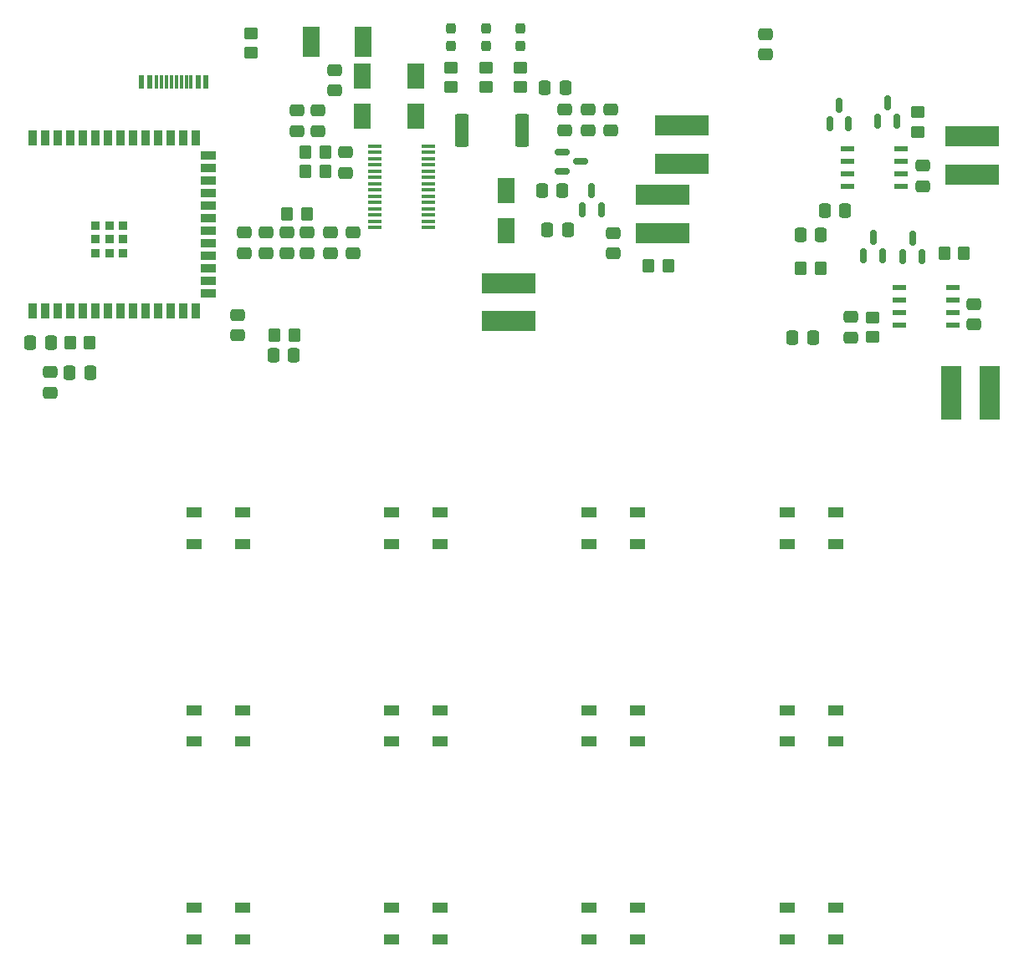
<source format=gbr>
%TF.GenerationSoftware,KiCad,Pcbnew,(6.0.0)*%
%TF.CreationDate,2022-04-21T22:47:23+02:00*%
%TF.ProjectId,keyboard_v1.0,6b657962-6f61-4726-945f-76312e302e6b,rev?*%
%TF.SameCoordinates,Original*%
%TF.FileFunction,Paste,Top*%
%TF.FilePolarity,Positive*%
%FSLAX46Y46*%
G04 Gerber Fmt 4.6, Leading zero omitted, Abs format (unit mm)*
G04 Created by KiCad (PCBNEW (6.0.0)) date 2022-04-21 22:47:23*
%MOMM*%
%LPD*%
G01*
G04 APERTURE LIST*
G04 Aperture macros list*
%AMRoundRect*
0 Rectangle with rounded corners*
0 $1 Rounding radius*
0 $2 $3 $4 $5 $6 $7 $8 $9 X,Y pos of 4 corners*
0 Add a 4 corners polygon primitive as box body*
4,1,4,$2,$3,$4,$5,$6,$7,$8,$9,$2,$3,0*
0 Add four circle primitives for the rounded corners*
1,1,$1+$1,$2,$3*
1,1,$1+$1,$4,$5*
1,1,$1+$1,$6,$7*
1,1,$1+$1,$8,$9*
0 Add four rect primitives between the rounded corners*
20,1,$1+$1,$2,$3,$4,$5,0*
20,1,$1+$1,$4,$5,$6,$7,0*
20,1,$1+$1,$6,$7,$8,$9,0*
20,1,$1+$1,$8,$9,$2,$3,0*%
G04 Aperture macros list end*
%ADD10RoundRect,0.250000X0.475000X-0.337500X0.475000X0.337500X-0.475000X0.337500X-0.475000X-0.337500X0*%
%ADD11R,1.500000X1.000000*%
%ADD12RoundRect,0.250000X0.350000X0.450000X-0.350000X0.450000X-0.350000X-0.450000X0.350000X-0.450000X0*%
%ADD13RoundRect,0.250000X-0.475000X0.337500X-0.475000X-0.337500X0.475000X-0.337500X0.475000X0.337500X0*%
%ADD14RoundRect,0.250000X-0.337500X-0.475000X0.337500X-0.475000X0.337500X0.475000X-0.337500X0.475000X0*%
%ADD15RoundRect,0.250000X0.337500X0.475000X-0.337500X0.475000X-0.337500X-0.475000X0.337500X-0.475000X0*%
%ADD16R,0.600000X1.450000*%
%ADD17R,0.300000X1.450000*%
%ADD18R,2.150000X5.500000*%
%ADD19R,1.800000X2.500000*%
%ADD20RoundRect,0.250000X-0.350000X-0.450000X0.350000X-0.450000X0.350000X0.450000X-0.350000X0.450000X0*%
%ADD21RoundRect,0.150000X0.150000X-0.587500X0.150000X0.587500X-0.150000X0.587500X-0.150000X-0.587500X0*%
%ADD22RoundRect,0.250000X0.450000X-0.350000X0.450000X0.350000X-0.450000X0.350000X-0.450000X-0.350000X0*%
%ADD23R,0.900000X1.500000*%
%ADD24R,1.500000X0.900000*%
%ADD25R,0.900000X0.900000*%
%ADD26RoundRect,0.250000X-0.450000X0.350000X-0.450000X-0.350000X0.450000X-0.350000X0.450000X0.350000X0*%
%ADD27RoundRect,0.237500X-0.237500X0.287500X-0.237500X-0.287500X0.237500X-0.287500X0.237500X0.287500X0*%
%ADD28R,1.460500X0.533400*%
%ADD29RoundRect,0.249999X-0.450001X-1.425001X0.450001X-1.425001X0.450001X1.425001X-0.450001X1.425001X0*%
%ADD30R,1.460500X0.355600*%
%ADD31R,5.500000X2.150000*%
%ADD32RoundRect,0.150000X-0.587500X-0.150000X0.587500X-0.150000X0.587500X0.150000X-0.587500X0.150000X0*%
%ADD33R,1.780000X3.150000*%
G04 APERTURE END LIST*
D10*
%TO.C,C38*%
X97467000Y-41472500D03*
X97467000Y-39397500D03*
%TD*%
D11*
%TO.C,D24*%
X102450000Y-123400000D03*
X102450000Y-120200000D03*
X97550000Y-120200000D03*
X97550000Y-123400000D03*
%TD*%
D10*
%TO.C,C37*%
X95063000Y-41472500D03*
X95063000Y-39397500D03*
%TD*%
D12*
%TO.C,R6*%
X68979000Y-49961000D03*
X66979000Y-49961000D03*
%TD*%
D13*
%TO.C,C22*%
X67981000Y-39479500D03*
X67981000Y-41554500D03*
%TD*%
D10*
%TO.C,C41*%
X136473000Y-61148500D03*
X136473000Y-59073500D03*
%TD*%
D14*
%TO.C,C33*%
X92747500Y-47599000D03*
X94822500Y-47599000D03*
%TD*%
D15*
%TO.C,C43*%
X120965500Y-52102000D03*
X118890500Y-52102000D03*
%TD*%
D16*
%TO.C,P1*%
X58750000Y-36545000D03*
X57950000Y-36545000D03*
D17*
X56750000Y-36545000D03*
X55750000Y-36545000D03*
X55250000Y-36545000D03*
X54250000Y-36545000D03*
D16*
X53050000Y-36545000D03*
X52250000Y-36545000D03*
X52250000Y-36545000D03*
X53050000Y-36545000D03*
D17*
X53750000Y-36545000D03*
X54750000Y-36545000D03*
X56250000Y-36545000D03*
X57250000Y-36545000D03*
D16*
X57950000Y-36545000D03*
X58750000Y-36545000D03*
%TD*%
D18*
%TO.C,L3*%
X138026000Y-68100000D03*
X134176000Y-68100000D03*
%TD*%
D11*
%TO.C,D21*%
X82450000Y-123400000D03*
X82450000Y-120200000D03*
X77550000Y-120200000D03*
X77550000Y-123400000D03*
%TD*%
D19*
%TO.C,D13*%
X74604000Y-40000000D03*
X74604000Y-36000000D03*
%TD*%
D11*
%TO.C,D28*%
X122450000Y-123400000D03*
X122450000Y-120200000D03*
X117550000Y-120200000D03*
X117550000Y-123400000D03*
%TD*%
D20*
%TO.C,R32*%
X133469000Y-53889000D03*
X135469000Y-53889000D03*
%TD*%
D21*
%TO.C,Q4*%
X96853000Y-49484500D03*
X98753000Y-49484500D03*
X97803000Y-47609500D03*
%TD*%
D10*
%TO.C,C46*%
X131334000Y-47144350D03*
X131334000Y-45069350D03*
%TD*%
D22*
%TO.C,R10*%
X87081000Y-37118000D03*
X87081000Y-35118000D03*
%TD*%
D15*
%TO.C,C21*%
X47037500Y-66000000D03*
X44962500Y-66000000D03*
%TD*%
D11*
%TO.C,D22*%
X102450000Y-83400000D03*
X102450000Y-80200000D03*
X97550000Y-80200000D03*
X97550000Y-83400000D03*
%TD*%
%TO.C,D27*%
X117550000Y-100200000D03*
X117550000Y-103400000D03*
X122450000Y-103400000D03*
X122450000Y-100200000D03*
%TD*%
D10*
%TO.C,C39*%
X99725000Y-41472500D03*
X99725000Y-39397500D03*
%TD*%
D13*
%TO.C,C27*%
X68969000Y-51821500D03*
X68969000Y-53896500D03*
%TD*%
%TO.C,C29*%
X71344000Y-51821500D03*
X71344000Y-53896500D03*
%TD*%
D23*
%TO.C,ESP32*%
X41240000Y-59750000D03*
X42510000Y-59750000D03*
X43780000Y-59750000D03*
X45050000Y-59750000D03*
X46320000Y-59750000D03*
X47590000Y-59750000D03*
X48860000Y-59750000D03*
X50130000Y-59750000D03*
X51400000Y-59750000D03*
X52670000Y-59750000D03*
X53940000Y-59750000D03*
X55210000Y-59750000D03*
X56480000Y-59750000D03*
X57750000Y-59750000D03*
D24*
X59000000Y-57985000D03*
X59000000Y-56715000D03*
X59000000Y-55450000D03*
X59000000Y-54175000D03*
X59000000Y-52905000D03*
X59000000Y-51635000D03*
X59000000Y-50365000D03*
X59000000Y-49095000D03*
X59000000Y-47825000D03*
X59000000Y-46555000D03*
X59000000Y-45285000D03*
X59000000Y-44015000D03*
D23*
X57750000Y-42250000D03*
X56480000Y-42250000D03*
X55210000Y-42250000D03*
X53940000Y-42250000D03*
X52670000Y-42250000D03*
X51400000Y-42250000D03*
X50130000Y-42250000D03*
X48860000Y-42250000D03*
X47590000Y-42250000D03*
X46320000Y-42250000D03*
X45050000Y-42250000D03*
X43780000Y-42250000D03*
X42510000Y-42250000D03*
X41240000Y-42250000D03*
D25*
X48960000Y-51100000D03*
X48960000Y-53900000D03*
X50365000Y-53900000D03*
X48960000Y-52500000D03*
X47560000Y-53900000D03*
X50360000Y-52500000D03*
X47560000Y-51100000D03*
X50360000Y-51100000D03*
X47560000Y-52500000D03*
%TD*%
D20*
%TO.C,R8*%
X68804250Y-45634000D03*
X70804250Y-45634000D03*
%TD*%
D13*
%TO.C,C42*%
X124029000Y-60363500D03*
X124029000Y-62438500D03*
%TD*%
D21*
%TO.C,Q2*%
X126747000Y-40589350D03*
X128647000Y-40589350D03*
X127697000Y-38714350D03*
%TD*%
D26*
%TO.C,R4*%
X63268000Y-31622000D03*
X63268000Y-33622000D03*
%TD*%
D13*
%TO.C,C26*%
X64798000Y-51821500D03*
X64798000Y-53896500D03*
%TD*%
D12*
%TO.C,R31*%
X120928000Y-55424000D03*
X118928000Y-55424000D03*
%TD*%
D11*
%TO.C,D26*%
X122450000Y-83400000D03*
X122450000Y-80200000D03*
X117550000Y-80200000D03*
X117550000Y-83400000D03*
%TD*%
%TO.C,D23*%
X97550000Y-100200000D03*
X97550000Y-103400000D03*
X102450000Y-103400000D03*
X102450000Y-100200000D03*
%TD*%
D26*
%TO.C,R30*%
X126231000Y-60431000D03*
X126231000Y-62431000D03*
%TD*%
D27*
%TO.C,D37*%
X87081000Y-31152000D03*
X87081000Y-32902000D03*
%TD*%
D11*
%TO.C,D19*%
X82450000Y-83400000D03*
X82450000Y-80200000D03*
X77550000Y-80200000D03*
X77550000Y-83400000D03*
%TD*%
D27*
%TO.C,D36*%
X83581000Y-31152000D03*
X83581000Y-32902000D03*
%TD*%
D21*
%TO.C,Q1*%
X125324000Y-54203500D03*
X127224000Y-54203500D03*
X126274000Y-52328500D03*
%TD*%
D11*
%TO.C,D17*%
X57550000Y-100200000D03*
X57550000Y-103400000D03*
X62450000Y-103400000D03*
X62450000Y-100200000D03*
%TD*%
D27*
%TO.C,D38*%
X90581000Y-31152000D03*
X90581000Y-32902000D03*
%TD*%
D28*
%TO.C,U2*%
X128918850Y-57376000D03*
X128918850Y-58646000D03*
X128918850Y-59916000D03*
X128918850Y-61186000D03*
X134367150Y-61186000D03*
X134367150Y-59916000D03*
X134367150Y-58646000D03*
X134367150Y-57376000D03*
%TD*%
D13*
%TO.C,C23*%
X62587000Y-51821500D03*
X62587000Y-53896500D03*
%TD*%
D29*
%TO.C,R12*%
X84643000Y-41439000D03*
X90743000Y-41439000D03*
%TD*%
D21*
%TO.C,Q1*%
X129290000Y-54269500D03*
X131190000Y-54269500D03*
X130240000Y-52394500D03*
%TD*%
D30*
%TO.C,U1*%
X75794661Y-43058311D03*
X75794661Y-43693311D03*
X75794661Y-44328311D03*
X75794661Y-44963311D03*
X75794661Y-45598311D03*
X75794661Y-46233311D03*
X75794661Y-46868311D03*
X75794661Y-47503311D03*
X75794661Y-48138311D03*
X75794661Y-48773311D03*
X75794661Y-49408311D03*
X75794661Y-50043311D03*
X75794661Y-50678311D03*
X75794661Y-51313311D03*
X81242961Y-51313311D03*
X81242961Y-50678311D03*
X81242961Y-50043311D03*
X81242961Y-49408311D03*
X81242961Y-48773311D03*
X81242961Y-48138311D03*
X81242961Y-47503311D03*
X81242961Y-46868311D03*
X81242961Y-46233311D03*
X81242961Y-45598311D03*
X81242961Y-44963311D03*
X81242961Y-44328311D03*
X81242961Y-43693311D03*
X81242961Y-43058311D03*
%TD*%
D13*
%TO.C,C30*%
X73675000Y-51821500D03*
X73675000Y-53896500D03*
%TD*%
D26*
%TO.C,R35*%
X130754000Y-39622850D03*
X130754000Y-41622850D03*
%TD*%
D13*
%TO.C,C28*%
X72909250Y-43700500D03*
X72909250Y-45775500D03*
%TD*%
D31*
%TO.C,L1*%
X105002000Y-48006000D03*
X105002000Y-51856000D03*
%TD*%
D12*
%TO.C,R33*%
X105513000Y-55186000D03*
X103513000Y-55186000D03*
%TD*%
D19*
%TO.C,D35*%
X80000000Y-40000000D03*
X80000000Y-36000000D03*
%TD*%
%TO.C,D39*%
X89123000Y-47601000D03*
X89123000Y-51601000D03*
%TD*%
D21*
%TO.C,Q2*%
X121869000Y-40793350D03*
X123769000Y-40793350D03*
X122819000Y-38918350D03*
%TD*%
D31*
%TO.C,L2*%
X136330000Y-42082000D03*
X136330000Y-45932000D03*
%TD*%
D15*
%TO.C,C20*%
X43037500Y-63000000D03*
X40962500Y-63000000D03*
%TD*%
D28*
%TO.C,U3*%
X123677850Y-43317850D03*
X123677850Y-44587850D03*
X123677850Y-45857850D03*
X123677850Y-47127850D03*
X129126150Y-47127850D03*
X129126150Y-45857850D03*
X129126150Y-44587850D03*
X129126150Y-43317850D03*
%TD*%
D22*
%TO.C,R9*%
X90581000Y-37118000D03*
X90581000Y-35118000D03*
%TD*%
D11*
%TO.C,D20*%
X77550000Y-100200000D03*
X77550000Y-103400000D03*
X82450000Y-103400000D03*
X82450000Y-100200000D03*
%TD*%
D20*
%TO.C,R5*%
X45000000Y-63000000D03*
X47000000Y-63000000D03*
%TD*%
D10*
%TO.C,C50*%
X61922000Y-62227500D03*
X61922000Y-60152500D03*
%TD*%
D13*
%TO.C,C19*%
X43000000Y-65962500D03*
X43000000Y-68037500D03*
%TD*%
D11*
%TO.C,D16*%
X62450000Y-83400000D03*
X62450000Y-80200000D03*
X57550000Y-80200000D03*
X57550000Y-83400000D03*
%TD*%
D13*
%TO.C,C25*%
X70108000Y-39479500D03*
X70108000Y-41554500D03*
%TD*%
D31*
%TO.C,L4*%
X106949000Y-40983000D03*
X106949000Y-44833000D03*
%TD*%
D22*
%TO.C,R11*%
X83581000Y-37118000D03*
X83581000Y-35118000D03*
%TD*%
D13*
%TO.C,C32*%
X115363000Y-31725500D03*
X115363000Y-33800500D03*
%TD*%
D32*
%TO.C,Q3*%
X94822500Y-43694000D03*
X94822500Y-45594000D03*
X96697500Y-44644000D03*
%TD*%
D13*
%TO.C,C24*%
X66972000Y-51821500D03*
X66972000Y-53896500D03*
%TD*%
D33*
%TO.C,F1*%
X69385000Y-32500000D03*
X74615000Y-32500000D03*
%TD*%
D13*
%TO.C,C34*%
X99969000Y-51891500D03*
X99969000Y-53966500D03*
%TD*%
D14*
%TO.C,C35*%
X93299500Y-51580000D03*
X95374500Y-51580000D03*
%TD*%
D15*
%TO.C,C48*%
X67665500Y-64244000D03*
X65590500Y-64244000D03*
%TD*%
D12*
%TO.C,R34*%
X67684000Y-62210000D03*
X65684000Y-62210000D03*
%TD*%
D14*
%TO.C,C31*%
X93056500Y-37123000D03*
X95131500Y-37123000D03*
%TD*%
%TO.C,C47*%
X121367500Y-49605850D03*
X123442500Y-49605850D03*
%TD*%
D12*
%TO.C,R7*%
X70804250Y-43698000D03*
X68804250Y-43698000D03*
%TD*%
D11*
%TO.C,D18*%
X62450000Y-123400000D03*
X62450000Y-120200000D03*
X57550000Y-120200000D03*
X57550000Y-123400000D03*
%TD*%
D31*
%TO.C,L5*%
X89388000Y-60811000D03*
X89388000Y-56961000D03*
%TD*%
D14*
%TO.C,C45*%
X118105500Y-62437000D03*
X120180500Y-62437000D03*
%TD*%
D10*
%TO.C,C36*%
X71783000Y-37420500D03*
X71783000Y-35345500D03*
%TD*%
M02*

</source>
